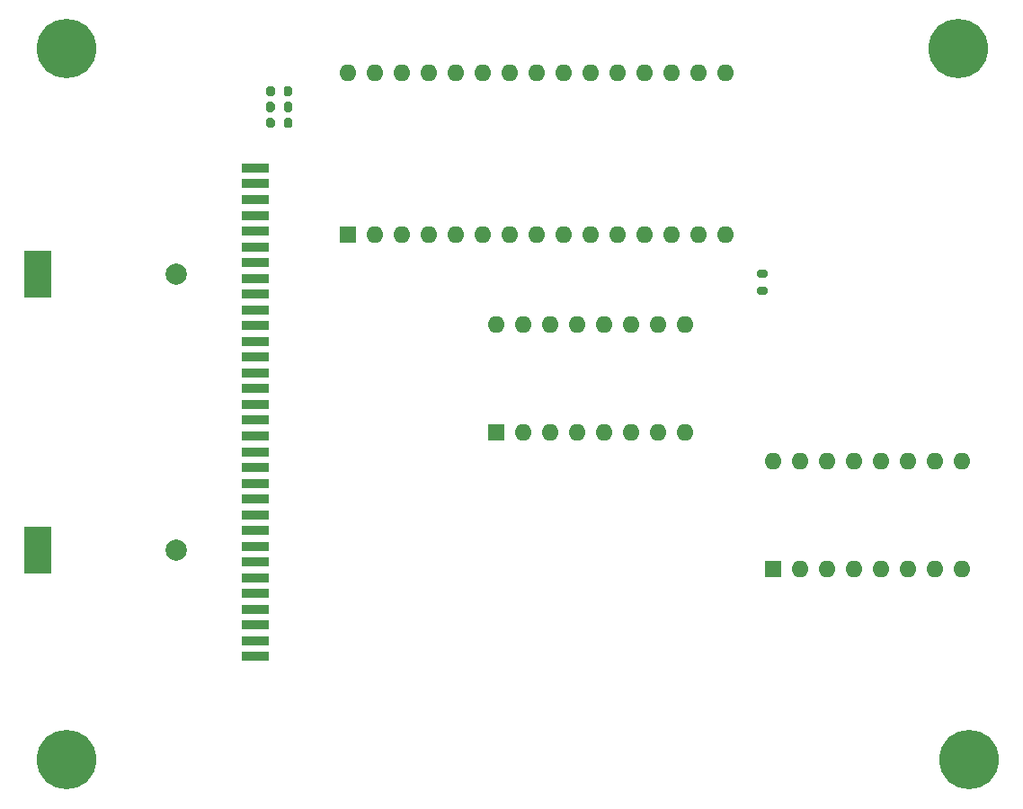
<source format=gbr>
%TF.GenerationSoftware,KiCad,Pcbnew,5.1.10-88a1d61d58~90~ubuntu20.04.1*%
%TF.CreationDate,2021-10-29T09:45:40+02:00*%
%TF.ProjectId,GameboyReader,47616d65-626f-4795-9265-616465722e6b,rev?*%
%TF.SameCoordinates,Original*%
%TF.FileFunction,Soldermask,Top*%
%TF.FilePolarity,Negative*%
%FSLAX46Y46*%
G04 Gerber Fmt 4.6, Leading zero omitted, Abs format (unit mm)*
G04 Created by KiCad (PCBNEW 5.1.10-88a1d61d58~90~ubuntu20.04.1) date 2021-10-29 09:45:40*
%MOMM*%
%LPD*%
G01*
G04 APERTURE LIST*
%ADD10C,5.600000*%
%ADD11R,2.500000X0.850000*%
%ADD12R,2.500000X4.500000*%
%ADD13C,2.000000*%
%ADD14O,1.600000X1.600000*%
%ADD15R,1.600000X1.600000*%
G04 APERTURE END LIST*
D10*
%TO.C,REF\u002A\u002A*%
X109000000Y-79000000D03*
%TD*%
%TO.C,REF\u002A\u002A*%
X193000000Y-79000000D03*
%TD*%
%TO.C,REF\u002A\u002A*%
X194000000Y-146000000D03*
%TD*%
%TO.C,REF\u002A\u002A*%
X109000000Y-146000000D03*
%TD*%
D11*
%TO.C,J1*%
X126750000Y-136258000D03*
X126750000Y-134774000D03*
X126750000Y-131804000D03*
X126750000Y-130320000D03*
X126750000Y-128835000D03*
X126750000Y-127354000D03*
X126750000Y-125867000D03*
X126750000Y-124382000D03*
X126750000Y-122898000D03*
X126750000Y-121413000D03*
X126750000Y-119930000D03*
X126750000Y-118445000D03*
X126750000Y-116961000D03*
X126750000Y-115477000D03*
X126750000Y-113991000D03*
X126750000Y-112508000D03*
X126750000Y-111023000D03*
X126750000Y-109539000D03*
X126750000Y-108055000D03*
X126750000Y-106569000D03*
X126750000Y-133289000D03*
X126750000Y-105086000D03*
X126750000Y-103603000D03*
X126750000Y-102117000D03*
X126750000Y-100633000D03*
X126750000Y-99148000D03*
X126750000Y-97664000D03*
X126750000Y-96181000D03*
X126750000Y-94695000D03*
X126750000Y-93212000D03*
X126750000Y-91727000D03*
X126750000Y-90242000D03*
D12*
X106249000Y-100250000D03*
X106249000Y-126251000D03*
D13*
X119300000Y-126250000D03*
X119300000Y-100250000D03*
%TD*%
%TO.C,R20*%
G36*
G01*
X174225000Y-101425000D02*
X174775000Y-101425000D01*
G75*
G02*
X174975000Y-101625000I0J-200000D01*
G01*
X174975000Y-102025000D01*
G75*
G02*
X174775000Y-102225000I-200000J0D01*
G01*
X174225000Y-102225000D01*
G75*
G02*
X174025000Y-102025000I0J200000D01*
G01*
X174025000Y-101625000D01*
G75*
G02*
X174225000Y-101425000I200000J0D01*
G01*
G37*
G36*
G01*
X174225000Y-99775000D02*
X174775000Y-99775000D01*
G75*
G02*
X174975000Y-99975000I0J-200000D01*
G01*
X174975000Y-100375000D01*
G75*
G02*
X174775000Y-100575000I-200000J0D01*
G01*
X174225000Y-100575000D01*
G75*
G02*
X174025000Y-100375000I0J200000D01*
G01*
X174025000Y-99975000D01*
G75*
G02*
X174225000Y-99775000I200000J0D01*
G01*
G37*
%TD*%
D14*
%TO.C,U2*%
X149420000Y-105000000D03*
X167200000Y-115160000D03*
X151960000Y-105000000D03*
X164660000Y-115160000D03*
X154500000Y-105000000D03*
X162120000Y-115160000D03*
X157040000Y-105000000D03*
X159580000Y-115160000D03*
X159580000Y-105000000D03*
X157040000Y-115160000D03*
X162120000Y-105000000D03*
X154500000Y-115160000D03*
X164660000Y-105000000D03*
X151960000Y-115160000D03*
X167200000Y-105000000D03*
D15*
X149420000Y-115160000D03*
%TD*%
%TO.C,A1*%
X135500000Y-96500000D03*
D14*
X168520000Y-81260000D03*
X138040000Y-96500000D03*
X165980000Y-81260000D03*
X140580000Y-96500000D03*
X163440000Y-81260000D03*
X143120000Y-96500000D03*
X160900000Y-81260000D03*
X145660000Y-96500000D03*
X158360000Y-81260000D03*
X148200000Y-96500000D03*
X155820000Y-81260000D03*
X150740000Y-96500000D03*
X153280000Y-81260000D03*
X153280000Y-96500000D03*
X150740000Y-81260000D03*
X155820000Y-96500000D03*
X148200000Y-81260000D03*
X158360000Y-96500000D03*
X145660000Y-81260000D03*
X160900000Y-96500000D03*
X143120000Y-81260000D03*
X163440000Y-96500000D03*
X140580000Y-81260000D03*
X165980000Y-96500000D03*
X138040000Y-81260000D03*
X168520000Y-96500000D03*
X135500000Y-81260000D03*
X171060000Y-96500000D03*
X171060000Y-81260000D03*
%TD*%
%TO.C,R17*%
G36*
G01*
X127775000Y-86275000D02*
X127775000Y-85725000D01*
G75*
G02*
X127975000Y-85525000I200000J0D01*
G01*
X128375000Y-85525000D01*
G75*
G02*
X128575000Y-85725000I0J-200000D01*
G01*
X128575000Y-86275000D01*
G75*
G02*
X128375000Y-86475000I-200000J0D01*
G01*
X127975000Y-86475000D01*
G75*
G02*
X127775000Y-86275000I0J200000D01*
G01*
G37*
G36*
G01*
X129425000Y-86275000D02*
X129425000Y-85725000D01*
G75*
G02*
X129625000Y-85525000I200000J0D01*
G01*
X130025000Y-85525000D01*
G75*
G02*
X130225000Y-85725000I0J-200000D01*
G01*
X130225000Y-86275000D01*
G75*
G02*
X130025000Y-86475000I-200000J0D01*
G01*
X129625000Y-86475000D01*
G75*
G02*
X129425000Y-86275000I0J200000D01*
G01*
G37*
%TD*%
%TO.C,R18*%
G36*
G01*
X129425000Y-83275000D02*
X129425000Y-82725000D01*
G75*
G02*
X129625000Y-82525000I200000J0D01*
G01*
X130025000Y-82525000D01*
G75*
G02*
X130225000Y-82725000I0J-200000D01*
G01*
X130225000Y-83275000D01*
G75*
G02*
X130025000Y-83475000I-200000J0D01*
G01*
X129625000Y-83475000D01*
G75*
G02*
X129425000Y-83275000I0J200000D01*
G01*
G37*
G36*
G01*
X127775000Y-83275000D02*
X127775000Y-82725000D01*
G75*
G02*
X127975000Y-82525000I200000J0D01*
G01*
X128375000Y-82525000D01*
G75*
G02*
X128575000Y-82725000I0J-200000D01*
G01*
X128575000Y-83275000D01*
G75*
G02*
X128375000Y-83475000I-200000J0D01*
G01*
X127975000Y-83475000D01*
G75*
G02*
X127775000Y-83275000I0J200000D01*
G01*
G37*
%TD*%
%TO.C,R19*%
G36*
G01*
X130225000Y-84225000D02*
X130225000Y-84775000D01*
G75*
G02*
X130025000Y-84975000I-200000J0D01*
G01*
X129625000Y-84975000D01*
G75*
G02*
X129425000Y-84775000I0J200000D01*
G01*
X129425000Y-84225000D01*
G75*
G02*
X129625000Y-84025000I200000J0D01*
G01*
X130025000Y-84025000D01*
G75*
G02*
X130225000Y-84225000I0J-200000D01*
G01*
G37*
G36*
G01*
X128575000Y-84225000D02*
X128575000Y-84775000D01*
G75*
G02*
X128375000Y-84975000I-200000J0D01*
G01*
X127975000Y-84975000D01*
G75*
G02*
X127775000Y-84775000I0J200000D01*
G01*
X127775000Y-84225000D01*
G75*
G02*
X127975000Y-84025000I200000J0D01*
G01*
X128375000Y-84025000D01*
G75*
G02*
X128575000Y-84225000I0J-200000D01*
G01*
G37*
%TD*%
D15*
%TO.C,U1*%
X175500000Y-128000000D03*
D14*
X193280000Y-117840000D03*
X178040000Y-128000000D03*
X190740000Y-117840000D03*
X180580000Y-128000000D03*
X188200000Y-117840000D03*
X183120000Y-128000000D03*
X185660000Y-117840000D03*
X185660000Y-128000000D03*
X183120000Y-117840000D03*
X188200000Y-128000000D03*
X180580000Y-117840000D03*
X190740000Y-128000000D03*
X178040000Y-117840000D03*
X193280000Y-128000000D03*
X175500000Y-117840000D03*
%TD*%
M02*

</source>
